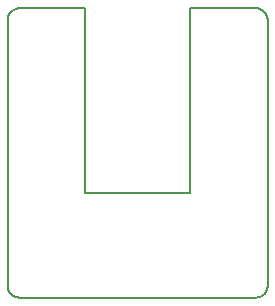
<source format=gm1>
%TF.GenerationSoftware,KiCad,Pcbnew,7.0.10*%
%TF.CreationDate,2024-02-19T13:55:26+09:00*%
%TF.ProjectId,trackball,74726163-6b62-4616-9c6c-2e6b69636164,rev?*%
%TF.SameCoordinates,Original*%
%TF.FileFunction,Profile,NP*%
%FSLAX46Y46*%
G04 Gerber Fmt 4.6, Leading zero omitted, Abs format (unit mm)*
G04 Created by KiCad (PCBNEW 7.0.10) date 2024-02-19 13:55:26*
%MOMM*%
%LPD*%
G01*
G04 APERTURE LIST*
%TA.AperFunction,Profile*%
%ADD10C,0.200000*%
%TD*%
G04 APERTURE END LIST*
D10*
X57700237Y-43654000D02*
X57650986Y-43650336D01*
X58590440Y-44501437D02*
X58582007Y-44453106D01*
X57984083Y-68072988D02*
X58028683Y-68053226D01*
X36827864Y-44015349D02*
X36797624Y-44054168D01*
X36930226Y-43907806D02*
X36894293Y-43942000D01*
X37357649Y-43679266D02*
X37310565Y-43692332D01*
X43155001Y-43649107D02*
X37601400Y-43649107D01*
X36797624Y-44054168D02*
X36769412Y-44094307D01*
X58308507Y-43942000D02*
X58272574Y-43907806D01*
X36697282Y-44221824D02*
X36677520Y-44266424D01*
X36644625Y-44358272D02*
X36631559Y-44405357D01*
X36612359Y-67296778D02*
X36620792Y-67345109D01*
X58196339Y-43845331D02*
X58156201Y-43817119D01*
X37453730Y-43660066D02*
X37405399Y-43668499D01*
X37264226Y-43707664D02*
X37218717Y-43725227D01*
X36860099Y-43977933D02*
X36827864Y-44015349D01*
X57650986Y-43650336D02*
X57601399Y-43649107D01*
X57845150Y-43679266D02*
X57797401Y-43668499D01*
X58459539Y-67662532D02*
X58483593Y-67619999D01*
X58525279Y-67531792D02*
X58542843Y-67486282D01*
X36602629Y-67198695D02*
X36606293Y-67247946D01*
X37502562Y-43654000D02*
X37453730Y-43660066D01*
X57938573Y-68090551D02*
X57984083Y-68072988D01*
X58582007Y-44453106D02*
X58571240Y-44405357D01*
X58235158Y-43875572D02*
X58196339Y-43845331D01*
X57845150Y-68118949D02*
X57892235Y-68105883D01*
X36797624Y-67744048D02*
X36827864Y-67782866D01*
X36743261Y-44135683D02*
X36719206Y-44178217D01*
X58308507Y-67856215D02*
X58342701Y-67820283D01*
X36677520Y-44266424D02*
X36659957Y-44311934D01*
X57749069Y-68138149D02*
X57797401Y-68129716D01*
X58571240Y-67392859D02*
X58582007Y-67345109D01*
X58600170Y-44599520D02*
X58596506Y-44550269D01*
X37006461Y-43845331D02*
X36967642Y-43875572D01*
X37130510Y-68031302D02*
X37174117Y-68053226D01*
X36677520Y-67531792D02*
X36697282Y-67576391D01*
X37551813Y-43650336D02*
X37502562Y-43654000D01*
X57601399Y-68149108D02*
X57650986Y-68147879D01*
X36601400Y-44649107D02*
X36601400Y-67149108D01*
X36894293Y-67856215D02*
X36930226Y-67890410D01*
X37046599Y-43817119D02*
X37006461Y-43845331D01*
X37357649Y-68118949D02*
X37405399Y-68129716D01*
X58601399Y-67149108D02*
X58601399Y-44649108D01*
X58028683Y-68053226D02*
X58072290Y-68031302D01*
X58558174Y-67439943D02*
X58571240Y-67392859D01*
X43155000Y-43649107D02*
X43155000Y-59327508D01*
X37087976Y-43790968D02*
X37046599Y-43817119D01*
X36894293Y-43942000D02*
X36860099Y-43977933D01*
X36967642Y-43875572D02*
X36930226Y-43907806D01*
X37601400Y-68149108D02*
X57601399Y-68149108D01*
X58405176Y-44054168D02*
X58374935Y-44015349D01*
X57797401Y-43668499D02*
X57749069Y-43660066D01*
X36967642Y-67922644D02*
X37006461Y-67952884D01*
X37601400Y-43649107D02*
X37551813Y-43650336D01*
X58459539Y-44135683D02*
X58433388Y-44094307D01*
X37006461Y-67952884D02*
X37046599Y-67981097D01*
X58601399Y-44649107D02*
X58600170Y-44599520D01*
X58114824Y-68007247D02*
X58156201Y-67981097D01*
X58028683Y-43744989D02*
X57984083Y-43725227D01*
X36697282Y-67576391D02*
X36719206Y-67619999D01*
X57601399Y-43649107D02*
X52045001Y-43649107D01*
X37130510Y-43766914D02*
X37087976Y-43790968D01*
X58342701Y-67820283D02*
X58374935Y-67782866D01*
X36620792Y-67345109D02*
X36631559Y-67392859D01*
X58433388Y-67703909D02*
X58459539Y-67662532D01*
X58374935Y-44015349D02*
X58342701Y-43977933D01*
X58542843Y-44311934D02*
X58525279Y-44266424D01*
X57797401Y-68129716D02*
X57845150Y-68118949D01*
X58114824Y-43790968D02*
X58072290Y-43766914D01*
X37174117Y-43744989D02*
X37130510Y-43766914D01*
X36743261Y-67662532D02*
X36769412Y-67703909D01*
X37087976Y-68007247D02*
X37130510Y-68031302D01*
X37218717Y-68072988D02*
X37264226Y-68090551D01*
X58542843Y-67486282D02*
X58558174Y-67439943D01*
X58600170Y-67198695D02*
X58601399Y-67149108D01*
X58582007Y-67345109D02*
X58590440Y-67296778D01*
X37405399Y-43668499D02*
X37357649Y-43679266D01*
X43155000Y-59327508D02*
X52045001Y-59327508D01*
X36606293Y-44550269D02*
X36602629Y-44599520D01*
X58156201Y-43817119D02*
X58114824Y-43790968D01*
X58483593Y-67619999D02*
X58505518Y-67576391D01*
X57892235Y-68105883D02*
X57938573Y-68090551D01*
X37218717Y-43725227D02*
X37174117Y-43744989D01*
X36644625Y-67439943D02*
X36659957Y-67486282D01*
X58405176Y-67744048D02*
X58433388Y-67703909D01*
X58505518Y-67576391D02*
X58525279Y-67531792D01*
X57892235Y-43692332D02*
X57845150Y-43679266D01*
X52045001Y-59327508D02*
X52045001Y-43649107D01*
X57650986Y-68147879D02*
X57700237Y-68144214D01*
X58596506Y-67247946D02*
X58600170Y-67198695D01*
X58505518Y-44221824D02*
X58483593Y-44178217D01*
X37405399Y-68129716D02*
X37453730Y-68138149D01*
X58072290Y-68031302D02*
X58114824Y-68007247D01*
X36769412Y-67703909D02*
X36797624Y-67744048D01*
X58483593Y-44178217D02*
X58459539Y-44135683D01*
X57938573Y-43707664D02*
X57892235Y-43692332D01*
X36930226Y-67890410D02*
X36967642Y-67922644D01*
X58072290Y-43766914D02*
X58028683Y-43744989D01*
X36769412Y-44094307D02*
X36743261Y-44135683D01*
X37264226Y-68090551D02*
X37310565Y-68105883D01*
X58558174Y-44358272D02*
X58542843Y-44311934D01*
X58272574Y-67890410D02*
X58308507Y-67856215D01*
X58590440Y-67296778D02*
X58596506Y-67247946D01*
X58571240Y-44405357D02*
X58558174Y-44358272D01*
X36659957Y-44311934D02*
X36644625Y-44358272D01*
X36601400Y-67149108D02*
X36602629Y-67198695D01*
X58342701Y-43977933D02*
X58308507Y-43942000D01*
X37502562Y-68144214D02*
X37551813Y-68147879D01*
X36659957Y-67486282D02*
X36677520Y-67531792D01*
X36827864Y-67782866D02*
X36860099Y-67820283D01*
X36631559Y-44405357D02*
X36620792Y-44453106D01*
X36620792Y-44453106D02*
X36612359Y-44501437D01*
X58156201Y-67981097D02*
X58196339Y-67952884D01*
X58374935Y-67782866D02*
X58405176Y-67744048D01*
X37551813Y-68147879D02*
X37601400Y-68149108D01*
X36719206Y-67619999D02*
X36743261Y-67662532D01*
X36860099Y-67820283D02*
X36894293Y-67856215D01*
X37174117Y-68053226D02*
X37218717Y-68072988D01*
X57984083Y-43725227D02*
X57938573Y-43707664D01*
X58196339Y-67952884D02*
X58235158Y-67922644D01*
X36719206Y-44178217D02*
X36697282Y-44221824D01*
X36606293Y-67247946D02*
X36612359Y-67296778D01*
X58235158Y-67922644D02*
X58272574Y-67890410D01*
X57749069Y-43660066D02*
X57700237Y-43654000D01*
X37453730Y-68138149D02*
X37502562Y-68144214D01*
X36602629Y-44599520D02*
X36601400Y-44649107D01*
X58272574Y-43907806D02*
X58235158Y-43875572D01*
X37310565Y-43692332D02*
X37264226Y-43707664D01*
X36612359Y-44501437D02*
X36606293Y-44550269D01*
X36631559Y-67392859D02*
X36644625Y-67439943D01*
X58525279Y-44266424D02*
X58505518Y-44221824D01*
X58596506Y-44550269D02*
X58590440Y-44501437D01*
X57700237Y-68144214D02*
X57749069Y-68138149D01*
X58433388Y-44094307D02*
X58405176Y-44054168D01*
X37046599Y-67981097D02*
X37087976Y-68007247D01*
X37310565Y-68105883D02*
X37357649Y-68118949D01*
M02*

</source>
